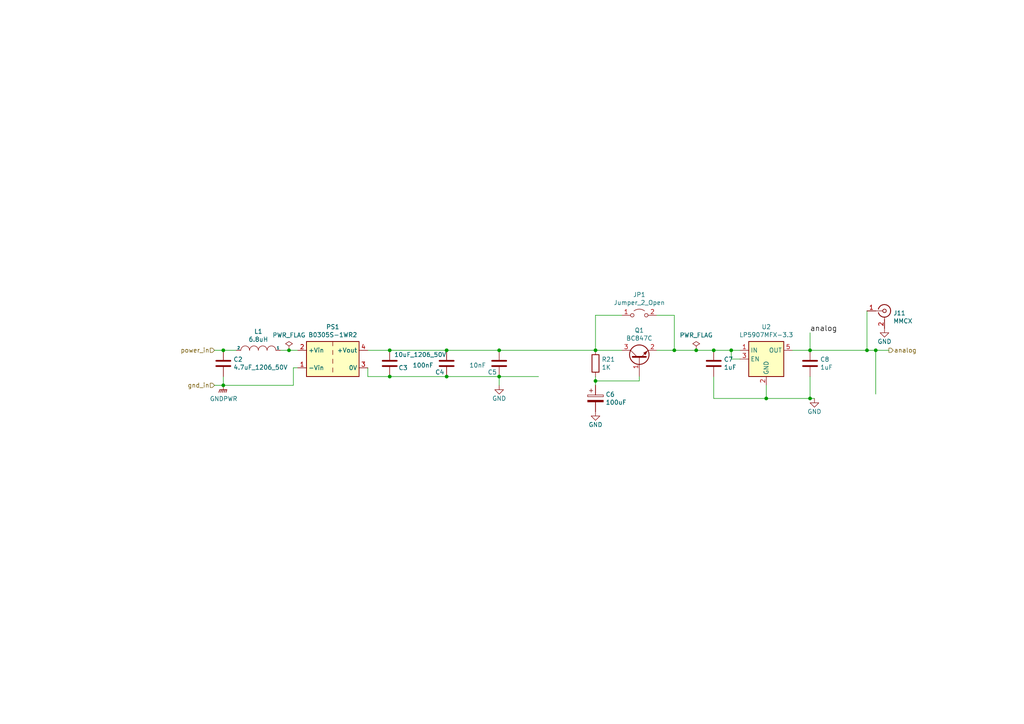
<source format=kicad_sch>
(kicad_sch (version 20211123) (generator eeschema)
  (paper "A4")
  (lib_symbols
    (symbol "0JLC-6:10uF_1206_50V" (pin_numbers hide) (pin_names (offset 0.254))
      (property "Reference" "C" (at 0.635 2.54 0))
      (property "Value" "10uF_1206_50V" (at 0.635 -2.54 0))
      (symbol "10uF_1206_50V_0_1"
        (polyline (pts (xy -2.032 -0.762) (xy 2.032 -0.762)) (stroke (width 0.508)))
        (polyline (pts (xy -2.032 0.762) (xy 2.032 0.762)) (stroke (width 0.508)))
      )
      (symbol "10uF_1206_50V_1_1"
        (pin passive line (at 0 3.81 270) (length 2.794) (name "~") (number "1"))
        (pin passive line (at 0 -3.81 90) (length 2.794) (name "~") (number "2"))
      )
    )
    (symbol "0JLC-6:1K" (pin_numbers hide) (pin_names (offset 0))
      (property "Reference" "R" (at 2.032 0 90))
      (property "Value" "1K" (at 0 0 90))
      (symbol "1K_0_1"
        (rectangle (start -1.016 -2.54) (end 1.016 2.54) (stroke (width 0.254)))
      )
      (symbol "1K_1_1"
        (pin passive line (at 0 3.81 270) (length 1.27) (name "~") (number "1"))
        (pin passive line (at 0 -3.81 90) (length 1.27) (name "~") (number "2"))
      )
    )
    (symbol "0JLC-6:1uF" (pin_numbers hide) (pin_names (offset 0.254))
      (property "Reference" "C" (at 0.635 2.54 0))
      (property "Value" "1uF" (at 0.635 -2.54 0))
      (symbol "1uF_0_1"
        (polyline (pts (xy -2.032 -0.762) (xy 2.032 -0.762)) (stroke (width 0.508)))
        (polyline (pts (xy -2.032 0.762) (xy 2.032 0.762)) (stroke (width 0.508)))
      )
      (symbol "1uF_1_1"
        (pin passive line (at 0 3.81 270) (length 2.794) (name "~") (number "1"))
        (pin passive line (at 0 -3.81 90) (length 2.794) (name "~") (number "2"))
      )
    )
    (symbol "0JLC-6:4.7uF_1206_50V" (pin_numbers hide) (pin_names (offset 0.254))
      (property "Reference" "C" (at 0.635 2.54 0))
      (property "Value" "4.7uF_1206_50V" (at 0.635 -2.54 0))
      (symbol "4.7uF_1206_50V_0_1"
        (polyline (pts (xy -2.032 -0.762) (xy 2.032 -0.762)) (stroke (width 0.508)))
        (polyline (pts (xy -2.032 0.762) (xy 2.032 0.762)) (stroke (width 0.508)))
      )
      (symbol "4.7uF_1206_50V_1_1"
        (pin passive line (at 0 3.81 270) (length 2.794) (name "~") (number "1"))
        (pin passive line (at 0 -3.81 90) (length 2.794) (name "~") (number "2"))
      )
    )
    (symbol "0JLC-6:LP5907MFX-3.3"
      (property "Reference" "U" (at -3.81 6.35 0))
      (property "Value" "LP5907MFX-3.3" (at 6.35 6.35 0))
      (symbol "LP5907MFX-3.3_0_1"
        (rectangle (start -5.08 -5.08) (end 5.08 5.08) (stroke (width 0.254)) (fill (type background)))
        (pin power_in line (at -7.62 2.54 0) (length 2.54) (name "IN") (number "1"))
        (pin power_in line (at 0 -7.62 90) (length 2.54) (name "GND") (number "2"))
        (pin input line (at -7.62 0 0) (length 2.54) (name "EN") (number "3"))
        (pin no_connect line (at 5.08 0 180) (length 2.54) hide (name "NC") (number "4"))
        (pin power_out line (at 7.62 2.54 180) (length 2.54) (name "OUT") (number "5"))
      )
    )
    (symbol "Device:C" (pin_numbers hide) (pin_names (offset 0.254))
      (property "Reference" "C" (at 0.635 2.54 0))
      (property "Value" "C" (at 0.635 -2.54 0))
      (symbol "C_0_1"
        (polyline (pts (xy -2.032 -0.762) (xy 2.032 -0.762)) (stroke (width 0.508)))
        (polyline (pts (xy -2.032 0.762) (xy 2.032 0.762)) (stroke (width 0.508)))
      )
      (symbol "C_1_1"
        (pin passive line (at 0 3.81 270) (length 2.794) (name "~") (number "1"))
        (pin passive line (at 0 -3.81 90) (length 2.794) (name "~") (number "2"))
      )
    )
    (symbol "Jumper:Jumper_2_Open" (pin_names (offset 0) hide)
      (property "Reference" "JP" (at 0 2.794 0))
      (property "Value" "Jumper_2_Open" (at 0 -2.286 0))
      (symbol "Jumper_2_Open_0_0"
        (circle (center -2.032 0) (radius 0.508))
        (circle (center 2.032 0) (radius 0.508))
      )
      (symbol "Jumper_2_Open_0_1"
        (arc (start 1.524 1.27) (mid 0 1.778) (end -1.524 1.27))
      )
      (symbol "Jumper_2_Open_1_1"
        (pin passive line (at -5.08 0 0) (length 2.54) (name "A") (number "1"))
        (pin passive line (at 5.08 0 180) (length 2.54) (name "B") (number "2"))
      )
    )
    (symbol "Transistor_BJT:BC847" (pin_names (offset 0) hide)
      (property "Reference" "Q" (at 5.08 1.905 0))
      (property "Value" "BC847" (at 5.08 0 0))
      (symbol "BC847_0_1"
        (polyline (pts (xy 0.635 0.635) (xy 2.54 2.54)))
        (polyline (pts (xy 0.635 -0.635) (xy 2.54 -2.54) (xy 2.54 -2.54)))
        (polyline (pts (xy 0.635 1.905) (xy 0.635 -1.905) (xy 0.635 -1.905)) (stroke (width 0.508)))
        (polyline (pts (xy 1.27 -1.778) (xy 1.778 -1.27) (xy 2.286 -2.286) (xy 1.27 -1.778) (xy 1.27 -1.778)) (fill (type outline)))
        (circle (center 1.27 0) (radius 2.8194) (stroke (width 0.254)))
      )
      (symbol "BC847_1_1"
        (pin input line (at -5.08 0 0) (length 5.715) (name "B") (number "1"))
        (pin passive line (at 2.54 -5.08 90) (length 2.54) (name "E") (number "2"))
        (pin passive line (at 2.54 5.08 270) (length 2.54) (name "C") (number "3"))
      )
    )
    (symbol "power:GND" (power) (pin_names (offset 0))
      (property "Value" "GND" (at 0 -3.81 0))
      (symbol "GND_0_1"
        (polyline (pts (xy 0 0) (xy 0 -1.27) (xy 1.27 -1.27) (xy 0 -2.54) (xy -1.27 -1.27) (xy 0 -1.27)))
      )
      (symbol "GND_1_1"
        (pin power_in line (at 0 0 270) (length 0) hide (name "GND") (number "1"))
      )
    )
    (symbol "power:GNDPWR" (power) (pin_names (offset 0))
      (property "Value" "GNDPWR" (at 0 -3.302 0))
      (symbol "GNDPWR_0_1"
        (polyline (pts (xy 0 -1.27) (xy 0 0)))
        (polyline (pts (xy -1.016 -1.27) (xy -1.27 -2.032) (xy -1.27 -2.032)) (stroke (width 0.2032)))
        (polyline (pts (xy -0.508 -1.27) (xy -0.762 -2.032) (xy -0.762 -2.032)) (stroke (width 0.2032)))
        (polyline (pts (xy 0 -1.27) (xy -0.254 -2.032) (xy -0.254 -2.032)) (stroke (width 0.2032)))
        (polyline (pts (xy 0.508 -1.27) (xy 0.254 -2.032) (xy 0.254 -2.032)) (stroke (width 0.2032)))
        (polyline (pts (xy 1.016 -1.27) (xy -1.016 -1.27) (xy -1.016 -1.27)) (stroke (width 0.2032)))
        (polyline (pts (xy 1.016 -1.27) (xy 0.762 -2.032) (xy 0.762 -2.032) (xy 0.762 -2.032)) (stroke (width 0.2032)))
      )
      (symbol "GNDPWR_1_1"
        (pin power_in line (at 0 0 270) (length 0) hide (name "GNDPWR") (number "1"))
      )
    )
    (symbol "power:PWR_FLAG" (power) (pin_numbers hide) (pin_names (offset 0) hide)
      (property "Value" "PWR_FLAG" (at 0 3.81 0))
      (symbol "PWR_FLAG_0_0"
        (pin power_out line (at 0 0 90) (length 0) (name "pwr") (number "1"))
      )
      (symbol "PWR_FLAG_0_1"
        (polyline (pts (xy 0 0) (xy 0 1.27) (xy -1.016 1.905) (xy 0 2.54) (xy 1.016 1.905) (xy 0 1.27)))
      )
    )
    (symbol "pspice:INDUCTOR" (pin_numbers hide) (pin_names (offset 0))
      (property "Reference" "L" (at 0 2.54 0))
      (property "Value" "INDUCTOR" (at 0 -1.27 0))
      (symbol "INDUCTOR_0_1"
        (arc (start -2.54 0) (mid -3.81 1.27) (end -5.08 0))
        (arc (start 0 0) (mid -1.27 1.27) (end -2.54 0))
        (arc (start 2.54 0) (mid 1.27 1.27) (end 0 0))
        (arc (start 5.08 0) (mid 3.81 1.27) (end 2.54 0))
      )
      (symbol "INDUCTOR_1_1"
        (pin input line (at -6.35 0 0) (length 1.27) (name "1") (number "1"))
        (pin input line (at 6.35 0 180) (length 1.27) (name "2") (number "2"))
      )
    )
    (symbol "uart_mux-rescue:B0305S-1WR2-0my_power"
      (property "Reference" "PS" (at -7.62 6.35 0))
      (property "Value" "B0305S-1WR2-0my_power" (at 1.27 6.35 0))
      (symbol "B0305S-1WR2-0my_power_0_0"
        (pin power_in line (at -10.16 -2.54 0) (length 2.54) (name "-Vin") (number "1"))
        (pin power_in line (at -10.16 2.54 0) (length 2.54) (name "+Vin") (number "2"))
        (pin power_out line (at 10.16 -2.54 180) (length 2.54) (name "0V") (number "3"))
        (pin power_out line (at 10.16 2.54 180) (length 2.54) (name "+Vout") (number "4"))
      )
      (symbol "B0305S-1WR2-0my_power_0_1"
        (rectangle (start -7.62 5.08) (end 7.62 -5.08) (stroke (width 0.254)) (fill (type background)))
        (polyline (pts (xy 0 -2.54) (xy 0 -3.81)))
        (polyline (pts (xy 0 0) (xy 0 -1.27)))
        (polyline (pts (xy 0 2.54) (xy 0 1.27)))
        (polyline (pts (xy 0 5.08) (xy 0 3.81)))
      )
    )
    (symbol "uart_mux-rescue:CP-Device" (pin_numbers hide) (pin_names (offset 0.254))
      (property "Reference" "C" (at 0.635 2.54 0))
      (property "Value" "CP-Device" (at 0.635 -2.54 0))
      (symbol "CP-Device_0_1"
        (rectangle (start -2.286 0.508) (end 2.286 1.016))
        (polyline (pts (xy -1.778 2.286) (xy -0.762 2.286)))
        (polyline (pts (xy -1.27 2.794) (xy -1.27 1.778)))
        (rectangle (start 2.286 -0.508) (end -2.286 -1.016) (fill (type outline)))
      )
      (symbol "CP-Device_1_1"
        (pin passive line (at 0 3.81 270) (length 2.794) (name "~") (number "1"))
        (pin passive line (at 0 -3.81 90) (length 2.794) (name "~") (number "2"))
      )
    )
    (symbol "uart_mux-rescue:MMCX-0my_intf" (pin_names (offset 1.016) hide)
      (property "Reference" "J" (at 0.254 3.048 0))
      (property "Value" "MMCX-0my_intf" (at 2.921 0 90))
      (symbol "MMCX-0my_intf_0_1"
        (arc (start -1.778 -0.508) (mid 0.2311 -1.8066) (end 1.778 0) (stroke (width 0.254)))
        (polyline (pts (xy -2.54 0) (xy -0.508 0)))
        (polyline (pts (xy 0 -2.54) (xy 0 -1.778)))
        (circle (center 0 0) (radius 0.508) (stroke (width 0.2032)))
        (arc (start 1.778 0) (mid 0.2099 1.8101) (end -1.778 0.508) (stroke (width 0.254)))
      )
      (symbol "MMCX-0my_intf_1_1"
        (pin passive line (at -5.08 0 0) (length 2.54) (name "In") (number "1"))
        (pin passive line (at 0 -5.08 90) (length 2.54) (name "Ext") (number "2"))
      )
    )
  )
  (junction (at 113.03 109.22))
  (junction (at 113.03 101.6))
  (junction (at 212.09 101.6))
  (junction (at 129.54 109.22))
  (junction (at 195.58 101.6))
  (junction (at 234.95 115.57))
  (junction (at 234.95 101.6))
  (junction (at 207.01 101.6))
  (junction (at 64.77 101.6))
  (junction (at 172.72 101.6))
  (junction (at 83.82 101.6))
  (junction (at 251.46 101.6))
  (junction (at 64.77 111.76))
  (junction (at 144.78 109.22))
  (junction (at 129.54 101.6))
  (junction (at 222.25 115.57))
  (junction (at 144.78 101.6))
  (junction (at 172.72 110.49))
  (junction (at 201.93 101.6))
  (junction (at 254 101.6))
  (wire (pts (xy 129.54 109.22) (xy 144.78 109.22)))
  (wire (pts (xy 172.72 109.22) (xy 172.72 110.49)))
  (wire (pts (xy 64.77 101.6) (xy 68.58 101.6)))
  (wire (pts (xy 254 101.6) (xy 257.81 101.6)))
  (wire (pts (xy 62.23 101.6) (xy 64.77 101.6)))
  (wire (pts (xy 106.68 109.22) (xy 113.03 109.22)))
  (wire (pts (xy 83.82 101.6) (xy 86.36 101.6)))
  (wire (pts (xy 190.5 101.6) (xy 195.58 101.6)))
  (wire (pts (xy 234.95 101.6) (xy 234.95 96.52)))
  (wire (pts (xy 62.23 111.76) (xy 64.77 111.76)))
  (wire (pts (xy 201.93 101.6) (xy 207.01 101.6)))
  (wire (pts (xy 207.01 101.6) (xy 212.09 101.6)))
  (wire (pts (xy 129.54 109.22) (xy 113.03 109.22)))
  (wire (pts (xy 212.09 101.6) (xy 214.63 101.6)))
  (wire (pts (xy 207.01 115.57) (xy 207.01 109.22)))
  (wire (pts (xy 195.58 101.6) (xy 201.93 101.6)))
  (wire (pts (xy 144.78 109.22) (xy 156.21 109.22)))
  (wire (pts (xy 251.46 90.17) (xy 251.46 101.6)))
  (wire (pts (xy 234.95 109.22) (xy 234.95 115.57)))
  (wire (pts (xy 81.28 101.6) (xy 83.82 101.6)))
  (wire (pts (xy 254 114.3) (xy 254 101.6)))
  (wire (pts (xy 234.95 101.6) (xy 229.87 101.6)))
  (wire (pts (xy 212.09 101.6) (xy 212.09 104.14)))
  (wire (pts (xy 222.25 115.57) (xy 234.95 115.57)))
  (wire (pts (xy 113.03 101.6) (xy 129.54 101.6)))
  (wire (pts (xy 106.68 106.68) (xy 106.68 109.22)))
  (wire (pts (xy 172.72 110.49) (xy 185.42 110.49)))
  (wire (pts (xy 85.09 106.68) (xy 85.09 111.76)))
  (wire (pts (xy 251.46 101.6) (xy 254 101.6)))
  (wire (pts (xy 172.72 101.6) (xy 180.34 101.6)))
  (wire (pts (xy 212.09 104.14) (xy 214.63 104.14)))
  (wire (pts (xy 195.58 91.44) (xy 195.58 101.6)))
  (wire (pts (xy 190.5 91.44) (xy 195.58 91.44)))
  (wire (pts (xy 86.36 106.68) (xy 85.09 106.68)))
  (wire (pts (xy 144.78 101.6) (xy 172.72 101.6)))
  (wire (pts (xy 85.09 111.76) (xy 64.77 111.76)))
  (wire (pts (xy 129.54 101.6) (xy 144.78 101.6)))
  (wire (pts (xy 64.77 109.22) (xy 64.77 111.76)))
  (wire (pts (xy 234.95 101.6) (xy 251.46 101.6)))
  (wire (pts (xy 144.78 111.76) (xy 144.78 109.22)))
  (wire (pts (xy 172.72 91.44) (xy 180.34 91.44)))
  (wire (pts (xy 222.25 111.76) (xy 222.25 115.57)))
  (wire (pts (xy 222.25 115.57) (xy 207.01 115.57)))
  (wire (pts (xy 234.95 115.57) (xy 236.22 115.57)))
  (wire (pts (xy 185.42 110.49) (xy 185.42 109.22)))
  (wire (pts (xy 172.72 101.6) (xy 172.72 91.44)))
  (wire (pts (xy 172.72 110.49) (xy 172.72 111.76)))
  (wire (pts (xy 106.68 101.6) (xy 113.03 101.6)))
  (label "analog" (at 234.95 96.52 0) (effects (font (size 1.524 1.524))))
  (hierarchical_label "gnd_in" (shape input) (at 62.23 111.76 180))
  (hierarchical_label "analog" (shape output) (at 257.81 101.6 0))
  (hierarchical_label "power_in" (shape input) (at 62.23 101.6 180))
  (symbol (lib_id "Device:C") (at 129.54 105.41 180) (unit 1)
    (property "Reference" "C4" (at 128.905 107.95 0) (effects (justify left)))
    (property "Value" "100nF" (at 125.73 106.68 0) (effects (justify left top)))
    (property "Footprint" "Capacitor_SMD:C_0603_1608Metric_Pad1.05x0.95mm_HandSolder" (effects hide))
    (property "Datasheet" "CC0603KRX7R9BB104" (effects hide))
    (property "MFR" "Samsung" (effects hide))
    (property "MPN" "CC0603KRX7R9BB104" (effects hide))
    (property "SPURL" "-" (effects hide))
    (property "LCSC" "C14663" (effects hide))
  )
  (symbol (lib_id "Device:C") (at 144.78 105.41 180) (unit 1)
    (property "Reference" "C5" (at 144.145 107.95 0) (effects (justify left)))
    (property "Value" "10nF" (at 140.97 106.68 0) (effects (justify left top)))
    (property "Footprint" "Capacitor_SMD:C_0603_1608Metric_Pad1.05x0.95mm_HandSolder" (effects hide))
    (property "Datasheet" "0603B103K500NT" (effects hide))
    (property "MFR" "Samsung" (effects hide))
    (property "MPN" "0603B103K500NT" (effects hide))
    (property "LCSC" "C57112" (effects hide))
    (property "SPURL" "-" (effects hide))
  )
  (symbol (lib_id "power:GND") (at 144.78 111.76 0) (unit 1)
    (property "Reference" "#PWR025" (effects hide))
    (property "Value" "GND" (at 144.78 115.57 0))
  )
  (symbol (lib_id "power:GND") (at 172.72 119.38 0) (unit 1)
    (property "Reference" "#PWR026" (effects hide))
    (property "Value" "GND" (at 172.72 123.19 0))
  )
  (symbol (lib_id "Transistor_BJT:BC847") (at 185.42 104.14 90) (unit 1)
    (property "Reference" "Q1" (at 185.42 95.8088 90))
    (property "Value" "BC847C" (at 185.42 98.1202 90))
    (property "Footprint" "Package_TO_SOT_SMD:SOT-23" (effects hide))
    (property "Datasheet" "http://www.infineon.com/dgdl/Infineon-BC847SERIES_BC848SERIES_BC849SERIES_BC850SERIES-DS-v01_01-en.pdf?fileId=db3a304314dca389011541d4630a1657" (effects hide))
    (property "MPN" "BC847C,215" (effects hide))
    (property "LCSC" "C8664" (effects hide))
  )
  (symbol (lib_id "Jumper:Jumper_2_Open") (at 185.42 91.44 0) (unit 1)
    (property "Reference" "JP1" (at 185.42 85.471 0))
    (property "Value" "Jumper_2_Open" (at 185.42 87.7824 0))
    (property "Footprint" "Jumper:SolderJumper-2_P1.3mm_Open_RoundedPad1.0x1.5mm" (effects hide))
  )
  (symbol (lib_id "uart_mux-rescue:B0305S-1WR2-0my_power") (at 96.52 104.14 0) (unit 1)
    (property "Reference" "PS1" (at 96.52 94.8182 0))
    (property "Value" "B0305S-1WR2" (at 96.52 97.1296 0))
    (property "Footprint" "Converter_DCDC:Converter_DCDC_muRata_CRE1xxxxxx3C_THT" (effects hide))
    (property "LCSC" "C80854" (effects hide))
    (property "MPN" "B0305S-1WR2" (effects hide))
  )
  (symbol (lib_id "pspice:INDUCTOR") (at 74.93 101.6 0) (mirror y) (unit 1)
    (property "Reference" "L1" (at 74.93 96.139 0))
    (property "Value" "6.8uH" (at 74.93 98.4504 0))
    (property "Footprint" "Inductor_SMD:L_1210_3225Metric_Pad1.42x2.65mm_HandSolder" (effects hide))
    (property "MPN" "NLCV32T-6R8M-PFR" (effects hide))
    (property "LCSC" "C87559" (effects hide))
  )
  (symbol (lib_id "power:GNDPWR") (at 64.77 111.76 0) (unit 1)
    (property "Reference" "#PWR024" (effects hide))
    (property "Value" "GNDPWR" (at 64.8716 115.6716 0))
  )
  (symbol (lib_id "0JLC-6:10uF_1206_50V") (at 113.03 105.41 0) (unit 1)
    (property "Reference" "C3" (at 115.57 106.68 0) (effects (justify left)))
    (property "Value" "10uF_1206_50V" (at 114.3 102.87 0) (effects (justify left)))
    (property "Footprint" "Capacitor_SMD:C_1206_3216Metric_Pad1.42x1.75mm_HandSolder" (effects hide))
    (property "LCSC" "C13585" (effects hide))
    (property "MPN" "CL31A106KBHNNNE" (effects hide))
  )
  (symbol (lib_id "0JLC-6:4.7uF_1206_50V") (at 64.77 105.41 0) (unit 1)
    (property "Reference" "C2" (at 67.691 104.2416 0) (effects (justify left)))
    (property "Value" "4.7uF_1206_50V" (at 67.691 106.553 0) (effects (justify left)))
    (property "Footprint" "Capacitor_SMD:C_1206_3216Metric_Pad1.42x1.75mm_HandSolder" (effects hide))
    (property "LCSC" "C29823" (effects hide))
    (property "MPN" "1206B475K500NT" (effects hide))
  )
  (symbol (lib_id "0JLC-6:1K") (at 172.72 105.41 0) (unit 1)
    (property "Reference" "R21" (at 174.498 104.2416 0) (effects (justify left)))
    (property "Value" "1K" (at 174.498 106.553 0) (effects (justify left)))
    (property "Footprint" "Resistor_SMD:R_0603_1608Metric_Pad1.05x0.95mm_HandSolder" (effects hide))
    (property "LCSC" "C21190" (effects hide))
    (property "MPN" "0603WAF1001T5E" (effects hide))
  )
  (symbol (lib_id "uart_mux-rescue:CP-Device") (at 172.72 115.57 0) (unit 1)
    (property "Reference" "C6" (at 175.641 114.4016 0) (effects (justify left)))
    (property "Value" "100uF" (at 175.641 116.713 0) (effects (justify left)))
    (property "Footprint" "Capacitor_Tantalum_SMD:CP_EIA-3528-12_Kemet-T" (effects hide))
    (property "LCSC" "C84455" (effects hide))
    (property "MPN" "GRM32ER61A107ME20L" (effects hide))
  )
  (symbol (lib_id "0JLC-6:LP5907MFX-3.3") (at 222.25 104.14 0) (unit 1)
    (property "Reference" "U2" (at 222.25 94.8182 0))
    (property "Value" "LP5907MFX-3.3" (at 222.25 97.1296 0))
    (property "Footprint" "Package_TO_SOT_SMD:SOT-23-5" (effects hide))
    (property "Datasheet" "http://www.ti.com/lit/ds/symlink/lp5907.pdf" (effects hide))
    (property "LCSC" "C80670" (effects hide))
    (property "MPN" "LP5907MFX-3.3/NOPB" (effects hide))
  )
  (symbol (lib_id "0JLC-6:1uF") (at 207.01 105.41 0) (unit 1)
    (property "Reference" "C7" (at 209.931 104.2416 0) (effects (justify left)))
    (property "Value" "1uF" (at 209.931 106.553 0) (effects (justify left)))
    (property "Footprint" "Capacitor_SMD:C_0603_1608Metric_Pad1.05x0.95mm_HandSolder" (effects hide))
    (property "LCSC" "C15849" (effects hide))
    (property "MPN" "CL10A105KB8NNNC" (effects hide))
  )
  (symbol (lib_id "0JLC-6:1uF") (at 234.95 105.41 0) (unit 1)
    (property "Reference" "C8" (at 237.871 104.2416 0) (effects (justify left)))
    (property "Value" "1uF" (at 237.871 106.553 0) (effects (justify left)))
    (property "Footprint" "Capacitor_SMD:C_0603_1608Metric_Pad1.05x0.95mm_HandSolder" (effects hide))
    (property "LCSC" "C15849" (effects hide))
    (property "MPN" "CL10A105KB8NNNC" (effects hide))
  )
  (symbol (lib_id "power:GND") (at 236.22 115.57 0) (unit 1)
    (property "Reference" "#PWR027" (effects hide))
    (property "Value" "GND" (at 236.22 119.38 0))
  )
  (symbol (lib_id "uart_mux-rescue:MMCX-0my_intf") (at 256.54 90.17 0) (unit 1)
    (property "Reference" "J11" (at 259.08 90.805 0) (effects (justify left)))
    (property "Value" "MMCX" (at 259.08 93.1164 0) (effects (justify left)))
    (property "Footprint" "0my_footprints:MMCX_JLC" (effects hide))
    (property "Datasheet" " ~" (effects hide))
    (property "LCSC" "C530664" (effects hide))
    (property "MPN" "KH-MMCX-Z" (effects hide))
  )
  (symbol (lib_id "power:GND") (at 256.54 95.25 0) (unit 1)
    (property "Reference" "#PWR028" (effects hide))
    (property "Value" "GND" (at 256.54 99.06 0))
  )
  (symbol (lib_id "power:PWR_FLAG") (at 83.82 101.6 0) (unit 1)
    (property "Reference" "#FLG01" (effects hide))
    (property "Value" "PWR_FLAG" (at 83.82 97.2058 0))
  )
  (symbol (lib_id "power:PWR_FLAG") (at 201.93 101.6 0) (unit 1)
    (property "Reference" "#FLG02" (effects hide))
    (property "Value" "PWR_FLAG" (at 201.93 97.2058 0))
  )
)
</source>
